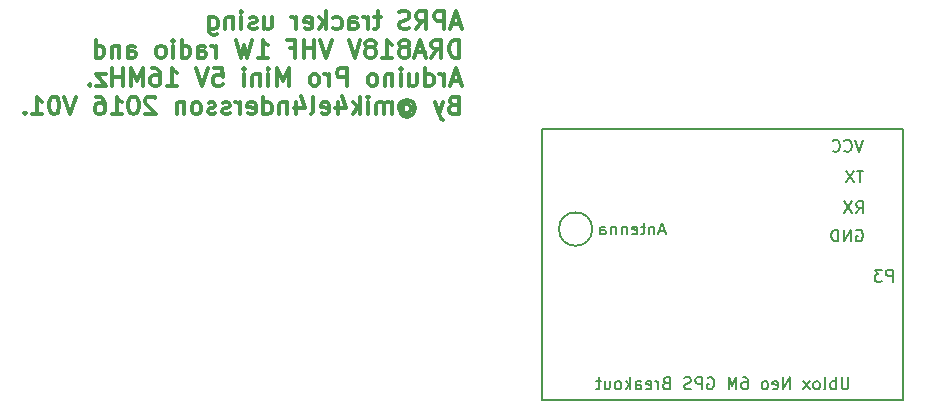
<source format=gbo>
G04 #@! TF.FileFunction,Legend,Bot*
%FSLAX46Y46*%
G04 Gerber Fmt 4.6, Leading zero omitted, Abs format (unit mm)*
G04 Created by KiCad (PCBNEW 4.0.1-stable) date Söndag 13 Mars 2016 12:17:34*
%MOMM*%
G01*
G04 APERTURE LIST*
%ADD10C,0.100000*%
%ADD11C,0.300000*%
%ADD12C,0.150000*%
G04 APERTURE END LIST*
D10*
D11*
X131114286Y-102150000D02*
X130400000Y-102150000D01*
X131257143Y-102578571D02*
X130757143Y-101078571D01*
X130257143Y-102578571D01*
X129757143Y-102578571D02*
X129757143Y-101078571D01*
X129185715Y-101078571D01*
X129042857Y-101150000D01*
X128971429Y-101221429D01*
X128900000Y-101364286D01*
X128900000Y-101578571D01*
X128971429Y-101721429D01*
X129042857Y-101792857D01*
X129185715Y-101864286D01*
X129757143Y-101864286D01*
X127400000Y-102578571D02*
X127900000Y-101864286D01*
X128257143Y-102578571D02*
X128257143Y-101078571D01*
X127685715Y-101078571D01*
X127542857Y-101150000D01*
X127471429Y-101221429D01*
X127400000Y-101364286D01*
X127400000Y-101578571D01*
X127471429Y-101721429D01*
X127542857Y-101792857D01*
X127685715Y-101864286D01*
X128257143Y-101864286D01*
X126828572Y-102507143D02*
X126614286Y-102578571D01*
X126257143Y-102578571D01*
X126114286Y-102507143D01*
X126042857Y-102435714D01*
X125971429Y-102292857D01*
X125971429Y-102150000D01*
X126042857Y-102007143D01*
X126114286Y-101935714D01*
X126257143Y-101864286D01*
X126542857Y-101792857D01*
X126685715Y-101721429D01*
X126757143Y-101650000D01*
X126828572Y-101507143D01*
X126828572Y-101364286D01*
X126757143Y-101221429D01*
X126685715Y-101150000D01*
X126542857Y-101078571D01*
X126185715Y-101078571D01*
X125971429Y-101150000D01*
X124400001Y-101578571D02*
X123828572Y-101578571D01*
X124185715Y-101078571D02*
X124185715Y-102364286D01*
X124114287Y-102507143D01*
X123971429Y-102578571D01*
X123828572Y-102578571D01*
X123328572Y-102578571D02*
X123328572Y-101578571D01*
X123328572Y-101864286D02*
X123257144Y-101721429D01*
X123185715Y-101650000D01*
X123042858Y-101578571D01*
X122900001Y-101578571D01*
X121757144Y-102578571D02*
X121757144Y-101792857D01*
X121828573Y-101650000D01*
X121971430Y-101578571D01*
X122257144Y-101578571D01*
X122400001Y-101650000D01*
X121757144Y-102507143D02*
X121900001Y-102578571D01*
X122257144Y-102578571D01*
X122400001Y-102507143D01*
X122471430Y-102364286D01*
X122471430Y-102221429D01*
X122400001Y-102078571D01*
X122257144Y-102007143D01*
X121900001Y-102007143D01*
X121757144Y-101935714D01*
X120400001Y-102507143D02*
X120542858Y-102578571D01*
X120828572Y-102578571D01*
X120971430Y-102507143D01*
X121042858Y-102435714D01*
X121114287Y-102292857D01*
X121114287Y-101864286D01*
X121042858Y-101721429D01*
X120971430Y-101650000D01*
X120828572Y-101578571D01*
X120542858Y-101578571D01*
X120400001Y-101650000D01*
X119757144Y-102578571D02*
X119757144Y-101078571D01*
X119614287Y-102007143D02*
X119185716Y-102578571D01*
X119185716Y-101578571D02*
X119757144Y-102150000D01*
X117971430Y-102507143D02*
X118114287Y-102578571D01*
X118400001Y-102578571D01*
X118542858Y-102507143D01*
X118614287Y-102364286D01*
X118614287Y-101792857D01*
X118542858Y-101650000D01*
X118400001Y-101578571D01*
X118114287Y-101578571D01*
X117971430Y-101650000D01*
X117900001Y-101792857D01*
X117900001Y-101935714D01*
X118614287Y-102078571D01*
X117257144Y-102578571D02*
X117257144Y-101578571D01*
X117257144Y-101864286D02*
X117185716Y-101721429D01*
X117114287Y-101650000D01*
X116971430Y-101578571D01*
X116828573Y-101578571D01*
X114542859Y-101578571D02*
X114542859Y-102578571D01*
X115185716Y-101578571D02*
X115185716Y-102364286D01*
X115114288Y-102507143D01*
X114971430Y-102578571D01*
X114757145Y-102578571D01*
X114614288Y-102507143D01*
X114542859Y-102435714D01*
X113900002Y-102507143D02*
X113757145Y-102578571D01*
X113471430Y-102578571D01*
X113328573Y-102507143D01*
X113257145Y-102364286D01*
X113257145Y-102292857D01*
X113328573Y-102150000D01*
X113471430Y-102078571D01*
X113685716Y-102078571D01*
X113828573Y-102007143D01*
X113900002Y-101864286D01*
X113900002Y-101792857D01*
X113828573Y-101650000D01*
X113685716Y-101578571D01*
X113471430Y-101578571D01*
X113328573Y-101650000D01*
X112614287Y-102578571D02*
X112614287Y-101578571D01*
X112614287Y-101078571D02*
X112685716Y-101150000D01*
X112614287Y-101221429D01*
X112542859Y-101150000D01*
X112614287Y-101078571D01*
X112614287Y-101221429D01*
X111900001Y-101578571D02*
X111900001Y-102578571D01*
X111900001Y-101721429D02*
X111828573Y-101650000D01*
X111685715Y-101578571D01*
X111471430Y-101578571D01*
X111328573Y-101650000D01*
X111257144Y-101792857D01*
X111257144Y-102578571D01*
X109900001Y-101578571D02*
X109900001Y-102792857D01*
X109971430Y-102935714D01*
X110042858Y-103007143D01*
X110185715Y-103078571D01*
X110400001Y-103078571D01*
X110542858Y-103007143D01*
X109900001Y-102507143D02*
X110042858Y-102578571D01*
X110328572Y-102578571D01*
X110471430Y-102507143D01*
X110542858Y-102435714D01*
X110614287Y-102292857D01*
X110614287Y-101864286D01*
X110542858Y-101721429D01*
X110471430Y-101650000D01*
X110328572Y-101578571D01*
X110042858Y-101578571D01*
X109900001Y-101650000D01*
X131042857Y-104978571D02*
X131042857Y-103478571D01*
X130685714Y-103478571D01*
X130471429Y-103550000D01*
X130328571Y-103692857D01*
X130257143Y-103835714D01*
X130185714Y-104121429D01*
X130185714Y-104335714D01*
X130257143Y-104621429D01*
X130328571Y-104764286D01*
X130471429Y-104907143D01*
X130685714Y-104978571D01*
X131042857Y-104978571D01*
X128685714Y-104978571D02*
X129185714Y-104264286D01*
X129542857Y-104978571D02*
X129542857Y-103478571D01*
X128971429Y-103478571D01*
X128828571Y-103550000D01*
X128757143Y-103621429D01*
X128685714Y-103764286D01*
X128685714Y-103978571D01*
X128757143Y-104121429D01*
X128828571Y-104192857D01*
X128971429Y-104264286D01*
X129542857Y-104264286D01*
X128114286Y-104550000D02*
X127400000Y-104550000D01*
X128257143Y-104978571D02*
X127757143Y-103478571D01*
X127257143Y-104978571D01*
X126542857Y-104121429D02*
X126685715Y-104050000D01*
X126757143Y-103978571D01*
X126828572Y-103835714D01*
X126828572Y-103764286D01*
X126757143Y-103621429D01*
X126685715Y-103550000D01*
X126542857Y-103478571D01*
X126257143Y-103478571D01*
X126114286Y-103550000D01*
X126042857Y-103621429D01*
X125971429Y-103764286D01*
X125971429Y-103835714D01*
X126042857Y-103978571D01*
X126114286Y-104050000D01*
X126257143Y-104121429D01*
X126542857Y-104121429D01*
X126685715Y-104192857D01*
X126757143Y-104264286D01*
X126828572Y-104407143D01*
X126828572Y-104692857D01*
X126757143Y-104835714D01*
X126685715Y-104907143D01*
X126542857Y-104978571D01*
X126257143Y-104978571D01*
X126114286Y-104907143D01*
X126042857Y-104835714D01*
X125971429Y-104692857D01*
X125971429Y-104407143D01*
X126042857Y-104264286D01*
X126114286Y-104192857D01*
X126257143Y-104121429D01*
X124542858Y-104978571D02*
X125400001Y-104978571D01*
X124971429Y-104978571D02*
X124971429Y-103478571D01*
X125114286Y-103692857D01*
X125257144Y-103835714D01*
X125400001Y-103907143D01*
X123685715Y-104121429D02*
X123828573Y-104050000D01*
X123900001Y-103978571D01*
X123971430Y-103835714D01*
X123971430Y-103764286D01*
X123900001Y-103621429D01*
X123828573Y-103550000D01*
X123685715Y-103478571D01*
X123400001Y-103478571D01*
X123257144Y-103550000D01*
X123185715Y-103621429D01*
X123114287Y-103764286D01*
X123114287Y-103835714D01*
X123185715Y-103978571D01*
X123257144Y-104050000D01*
X123400001Y-104121429D01*
X123685715Y-104121429D01*
X123828573Y-104192857D01*
X123900001Y-104264286D01*
X123971430Y-104407143D01*
X123971430Y-104692857D01*
X123900001Y-104835714D01*
X123828573Y-104907143D01*
X123685715Y-104978571D01*
X123400001Y-104978571D01*
X123257144Y-104907143D01*
X123185715Y-104835714D01*
X123114287Y-104692857D01*
X123114287Y-104407143D01*
X123185715Y-104264286D01*
X123257144Y-104192857D01*
X123400001Y-104121429D01*
X122685716Y-103478571D02*
X122185716Y-104978571D01*
X121685716Y-103478571D01*
X120257145Y-103478571D02*
X119757145Y-104978571D01*
X119257145Y-103478571D01*
X118757145Y-104978571D02*
X118757145Y-103478571D01*
X118757145Y-104192857D02*
X117900002Y-104192857D01*
X117900002Y-104978571D02*
X117900002Y-103478571D01*
X116685716Y-104192857D02*
X117185716Y-104192857D01*
X117185716Y-104978571D02*
X117185716Y-103478571D01*
X116471430Y-103478571D01*
X113971431Y-104978571D02*
X114828574Y-104978571D01*
X114400002Y-104978571D02*
X114400002Y-103478571D01*
X114542859Y-103692857D01*
X114685717Y-103835714D01*
X114828574Y-103907143D01*
X113471431Y-103478571D02*
X113114288Y-104978571D01*
X112828574Y-103907143D01*
X112542860Y-104978571D01*
X112185717Y-103478571D01*
X110471431Y-104978571D02*
X110471431Y-103978571D01*
X110471431Y-104264286D02*
X110400003Y-104121429D01*
X110328574Y-104050000D01*
X110185717Y-103978571D01*
X110042860Y-103978571D01*
X108900003Y-104978571D02*
X108900003Y-104192857D01*
X108971432Y-104050000D01*
X109114289Y-103978571D01*
X109400003Y-103978571D01*
X109542860Y-104050000D01*
X108900003Y-104907143D02*
X109042860Y-104978571D01*
X109400003Y-104978571D01*
X109542860Y-104907143D01*
X109614289Y-104764286D01*
X109614289Y-104621429D01*
X109542860Y-104478571D01*
X109400003Y-104407143D01*
X109042860Y-104407143D01*
X108900003Y-104335714D01*
X107542860Y-104978571D02*
X107542860Y-103478571D01*
X107542860Y-104907143D02*
X107685717Y-104978571D01*
X107971431Y-104978571D01*
X108114289Y-104907143D01*
X108185717Y-104835714D01*
X108257146Y-104692857D01*
X108257146Y-104264286D01*
X108185717Y-104121429D01*
X108114289Y-104050000D01*
X107971431Y-103978571D01*
X107685717Y-103978571D01*
X107542860Y-104050000D01*
X106828574Y-104978571D02*
X106828574Y-103978571D01*
X106828574Y-103478571D02*
X106900003Y-103550000D01*
X106828574Y-103621429D01*
X106757146Y-103550000D01*
X106828574Y-103478571D01*
X106828574Y-103621429D01*
X105900002Y-104978571D02*
X106042860Y-104907143D01*
X106114288Y-104835714D01*
X106185717Y-104692857D01*
X106185717Y-104264286D01*
X106114288Y-104121429D01*
X106042860Y-104050000D01*
X105900002Y-103978571D01*
X105685717Y-103978571D01*
X105542860Y-104050000D01*
X105471431Y-104121429D01*
X105400002Y-104264286D01*
X105400002Y-104692857D01*
X105471431Y-104835714D01*
X105542860Y-104907143D01*
X105685717Y-104978571D01*
X105900002Y-104978571D01*
X102971431Y-104978571D02*
X102971431Y-104192857D01*
X103042860Y-104050000D01*
X103185717Y-103978571D01*
X103471431Y-103978571D01*
X103614288Y-104050000D01*
X102971431Y-104907143D02*
X103114288Y-104978571D01*
X103471431Y-104978571D01*
X103614288Y-104907143D01*
X103685717Y-104764286D01*
X103685717Y-104621429D01*
X103614288Y-104478571D01*
X103471431Y-104407143D01*
X103114288Y-104407143D01*
X102971431Y-104335714D01*
X102257145Y-103978571D02*
X102257145Y-104978571D01*
X102257145Y-104121429D02*
X102185717Y-104050000D01*
X102042859Y-103978571D01*
X101828574Y-103978571D01*
X101685717Y-104050000D01*
X101614288Y-104192857D01*
X101614288Y-104978571D01*
X100257145Y-104978571D02*
X100257145Y-103478571D01*
X100257145Y-104907143D02*
X100400002Y-104978571D01*
X100685716Y-104978571D01*
X100828574Y-104907143D01*
X100900002Y-104835714D01*
X100971431Y-104692857D01*
X100971431Y-104264286D01*
X100900002Y-104121429D01*
X100828574Y-104050000D01*
X100685716Y-103978571D01*
X100400002Y-103978571D01*
X100257145Y-104050000D01*
X131114286Y-106950000D02*
X130400000Y-106950000D01*
X131257143Y-107378571D02*
X130757143Y-105878571D01*
X130257143Y-107378571D01*
X129757143Y-107378571D02*
X129757143Y-106378571D01*
X129757143Y-106664286D02*
X129685715Y-106521429D01*
X129614286Y-106450000D01*
X129471429Y-106378571D01*
X129328572Y-106378571D01*
X128185715Y-107378571D02*
X128185715Y-105878571D01*
X128185715Y-107307143D02*
X128328572Y-107378571D01*
X128614286Y-107378571D01*
X128757144Y-107307143D01*
X128828572Y-107235714D01*
X128900001Y-107092857D01*
X128900001Y-106664286D01*
X128828572Y-106521429D01*
X128757144Y-106450000D01*
X128614286Y-106378571D01*
X128328572Y-106378571D01*
X128185715Y-106450000D01*
X126828572Y-106378571D02*
X126828572Y-107378571D01*
X127471429Y-106378571D02*
X127471429Y-107164286D01*
X127400001Y-107307143D01*
X127257143Y-107378571D01*
X127042858Y-107378571D01*
X126900001Y-107307143D01*
X126828572Y-107235714D01*
X126114286Y-107378571D02*
X126114286Y-106378571D01*
X126114286Y-105878571D02*
X126185715Y-105950000D01*
X126114286Y-106021429D01*
X126042858Y-105950000D01*
X126114286Y-105878571D01*
X126114286Y-106021429D01*
X125400000Y-106378571D02*
X125400000Y-107378571D01*
X125400000Y-106521429D02*
X125328572Y-106450000D01*
X125185714Y-106378571D01*
X124971429Y-106378571D01*
X124828572Y-106450000D01*
X124757143Y-106592857D01*
X124757143Y-107378571D01*
X123828571Y-107378571D02*
X123971429Y-107307143D01*
X124042857Y-107235714D01*
X124114286Y-107092857D01*
X124114286Y-106664286D01*
X124042857Y-106521429D01*
X123971429Y-106450000D01*
X123828571Y-106378571D01*
X123614286Y-106378571D01*
X123471429Y-106450000D01*
X123400000Y-106521429D01*
X123328571Y-106664286D01*
X123328571Y-107092857D01*
X123400000Y-107235714D01*
X123471429Y-107307143D01*
X123614286Y-107378571D01*
X123828571Y-107378571D01*
X121542857Y-107378571D02*
X121542857Y-105878571D01*
X120971429Y-105878571D01*
X120828571Y-105950000D01*
X120757143Y-106021429D01*
X120685714Y-106164286D01*
X120685714Y-106378571D01*
X120757143Y-106521429D01*
X120828571Y-106592857D01*
X120971429Y-106664286D01*
X121542857Y-106664286D01*
X120042857Y-107378571D02*
X120042857Y-106378571D01*
X120042857Y-106664286D02*
X119971429Y-106521429D01*
X119900000Y-106450000D01*
X119757143Y-106378571D01*
X119614286Y-106378571D01*
X118900000Y-107378571D02*
X119042858Y-107307143D01*
X119114286Y-107235714D01*
X119185715Y-107092857D01*
X119185715Y-106664286D01*
X119114286Y-106521429D01*
X119042858Y-106450000D01*
X118900000Y-106378571D01*
X118685715Y-106378571D01*
X118542858Y-106450000D01*
X118471429Y-106521429D01*
X118400000Y-106664286D01*
X118400000Y-107092857D01*
X118471429Y-107235714D01*
X118542858Y-107307143D01*
X118685715Y-107378571D01*
X118900000Y-107378571D01*
X116614286Y-107378571D02*
X116614286Y-105878571D01*
X116114286Y-106950000D01*
X115614286Y-105878571D01*
X115614286Y-107378571D01*
X114900000Y-107378571D02*
X114900000Y-106378571D01*
X114900000Y-105878571D02*
X114971429Y-105950000D01*
X114900000Y-106021429D01*
X114828572Y-105950000D01*
X114900000Y-105878571D01*
X114900000Y-106021429D01*
X114185714Y-106378571D02*
X114185714Y-107378571D01*
X114185714Y-106521429D02*
X114114286Y-106450000D01*
X113971428Y-106378571D01*
X113757143Y-106378571D01*
X113614286Y-106450000D01*
X113542857Y-106592857D01*
X113542857Y-107378571D01*
X112828571Y-107378571D02*
X112828571Y-106378571D01*
X112828571Y-105878571D02*
X112900000Y-105950000D01*
X112828571Y-106021429D01*
X112757143Y-105950000D01*
X112828571Y-105878571D01*
X112828571Y-106021429D01*
X110257142Y-105878571D02*
X110971428Y-105878571D01*
X111042857Y-106592857D01*
X110971428Y-106521429D01*
X110828571Y-106450000D01*
X110471428Y-106450000D01*
X110328571Y-106521429D01*
X110257142Y-106592857D01*
X110185714Y-106735714D01*
X110185714Y-107092857D01*
X110257142Y-107235714D01*
X110328571Y-107307143D01*
X110471428Y-107378571D01*
X110828571Y-107378571D01*
X110971428Y-107307143D01*
X111042857Y-107235714D01*
X109757143Y-105878571D02*
X109257143Y-107378571D01*
X108757143Y-105878571D01*
X106328572Y-107378571D02*
X107185715Y-107378571D01*
X106757143Y-107378571D02*
X106757143Y-105878571D01*
X106900000Y-106092857D01*
X107042858Y-106235714D01*
X107185715Y-106307143D01*
X105042858Y-105878571D02*
X105328572Y-105878571D01*
X105471429Y-105950000D01*
X105542858Y-106021429D01*
X105685715Y-106235714D01*
X105757144Y-106521429D01*
X105757144Y-107092857D01*
X105685715Y-107235714D01*
X105614287Y-107307143D01*
X105471429Y-107378571D01*
X105185715Y-107378571D01*
X105042858Y-107307143D01*
X104971429Y-107235714D01*
X104900001Y-107092857D01*
X104900001Y-106735714D01*
X104971429Y-106592857D01*
X105042858Y-106521429D01*
X105185715Y-106450000D01*
X105471429Y-106450000D01*
X105614287Y-106521429D01*
X105685715Y-106592857D01*
X105757144Y-106735714D01*
X104257144Y-107378571D02*
X104257144Y-105878571D01*
X103757144Y-106950000D01*
X103257144Y-105878571D01*
X103257144Y-107378571D01*
X102542858Y-107378571D02*
X102542858Y-105878571D01*
X102542858Y-106592857D02*
X101685715Y-106592857D01*
X101685715Y-107378571D02*
X101685715Y-105878571D01*
X101114286Y-106378571D02*
X100328572Y-106378571D01*
X101114286Y-107378571D01*
X100328572Y-107378571D01*
X99757143Y-107235714D02*
X99685715Y-107307143D01*
X99757143Y-107378571D01*
X99828572Y-107307143D01*
X99757143Y-107235714D01*
X99757143Y-107378571D01*
X130542857Y-108992857D02*
X130328571Y-109064286D01*
X130257143Y-109135714D01*
X130185714Y-109278571D01*
X130185714Y-109492857D01*
X130257143Y-109635714D01*
X130328571Y-109707143D01*
X130471429Y-109778571D01*
X131042857Y-109778571D01*
X131042857Y-108278571D01*
X130542857Y-108278571D01*
X130400000Y-108350000D01*
X130328571Y-108421429D01*
X130257143Y-108564286D01*
X130257143Y-108707143D01*
X130328571Y-108850000D01*
X130400000Y-108921429D01*
X130542857Y-108992857D01*
X131042857Y-108992857D01*
X129685714Y-108778571D02*
X129328571Y-109778571D01*
X128971429Y-108778571D02*
X129328571Y-109778571D01*
X129471429Y-110135714D01*
X129542857Y-110207143D01*
X129685714Y-110278571D01*
X126328572Y-109064286D02*
X126400000Y-108992857D01*
X126542857Y-108921429D01*
X126685715Y-108921429D01*
X126828572Y-108992857D01*
X126900000Y-109064286D01*
X126971429Y-109207143D01*
X126971429Y-109350000D01*
X126900000Y-109492857D01*
X126828572Y-109564286D01*
X126685715Y-109635714D01*
X126542857Y-109635714D01*
X126400000Y-109564286D01*
X126328572Y-109492857D01*
X126328572Y-108921429D02*
X126328572Y-109492857D01*
X126257143Y-109564286D01*
X126185715Y-109564286D01*
X126042857Y-109492857D01*
X125971429Y-109350000D01*
X125971429Y-108992857D01*
X126114286Y-108778571D01*
X126328572Y-108635714D01*
X126614286Y-108564286D01*
X126900000Y-108635714D01*
X127114286Y-108778571D01*
X127257143Y-108992857D01*
X127328572Y-109278571D01*
X127257143Y-109564286D01*
X127114286Y-109778571D01*
X126900000Y-109921429D01*
X126614286Y-109992857D01*
X126328572Y-109921429D01*
X126114286Y-109778571D01*
X125328572Y-109778571D02*
X125328572Y-108778571D01*
X125328572Y-108921429D02*
X125257144Y-108850000D01*
X125114286Y-108778571D01*
X124900001Y-108778571D01*
X124757144Y-108850000D01*
X124685715Y-108992857D01*
X124685715Y-109778571D01*
X124685715Y-108992857D02*
X124614286Y-108850000D01*
X124471429Y-108778571D01*
X124257144Y-108778571D01*
X124114286Y-108850000D01*
X124042858Y-108992857D01*
X124042858Y-109778571D01*
X123328572Y-109778571D02*
X123328572Y-108778571D01*
X123328572Y-108278571D02*
X123400001Y-108350000D01*
X123328572Y-108421429D01*
X123257144Y-108350000D01*
X123328572Y-108278571D01*
X123328572Y-108421429D01*
X122614286Y-109778571D02*
X122614286Y-108278571D01*
X122471429Y-109207143D02*
X122042858Y-109778571D01*
X122042858Y-108778571D02*
X122614286Y-109350000D01*
X120757143Y-108778571D02*
X120757143Y-109778571D01*
X121114286Y-108207143D02*
X121471429Y-109278571D01*
X120542857Y-109278571D01*
X119400001Y-109707143D02*
X119542858Y-109778571D01*
X119828572Y-109778571D01*
X119971429Y-109707143D01*
X120042858Y-109564286D01*
X120042858Y-108992857D01*
X119971429Y-108850000D01*
X119828572Y-108778571D01*
X119542858Y-108778571D01*
X119400001Y-108850000D01*
X119328572Y-108992857D01*
X119328572Y-109135714D01*
X120042858Y-109278571D01*
X118471429Y-109778571D02*
X118614287Y-109707143D01*
X118685715Y-109564286D01*
X118685715Y-108278571D01*
X117257144Y-108778571D02*
X117257144Y-109778571D01*
X117614287Y-108207143D02*
X117971430Y-109278571D01*
X117042858Y-109278571D01*
X116471430Y-108778571D02*
X116471430Y-109778571D01*
X116471430Y-108921429D02*
X116400002Y-108850000D01*
X116257144Y-108778571D01*
X116042859Y-108778571D01*
X115900002Y-108850000D01*
X115828573Y-108992857D01*
X115828573Y-109778571D01*
X114471430Y-109778571D02*
X114471430Y-108278571D01*
X114471430Y-109707143D02*
X114614287Y-109778571D01*
X114900001Y-109778571D01*
X115042859Y-109707143D01*
X115114287Y-109635714D01*
X115185716Y-109492857D01*
X115185716Y-109064286D01*
X115114287Y-108921429D01*
X115042859Y-108850000D01*
X114900001Y-108778571D01*
X114614287Y-108778571D01*
X114471430Y-108850000D01*
X113185716Y-109707143D02*
X113328573Y-109778571D01*
X113614287Y-109778571D01*
X113757144Y-109707143D01*
X113828573Y-109564286D01*
X113828573Y-108992857D01*
X113757144Y-108850000D01*
X113614287Y-108778571D01*
X113328573Y-108778571D01*
X113185716Y-108850000D01*
X113114287Y-108992857D01*
X113114287Y-109135714D01*
X113828573Y-109278571D01*
X112471430Y-109778571D02*
X112471430Y-108778571D01*
X112471430Y-109064286D02*
X112400002Y-108921429D01*
X112328573Y-108850000D01*
X112185716Y-108778571D01*
X112042859Y-108778571D01*
X111614288Y-109707143D02*
X111471431Y-109778571D01*
X111185716Y-109778571D01*
X111042859Y-109707143D01*
X110971431Y-109564286D01*
X110971431Y-109492857D01*
X111042859Y-109350000D01*
X111185716Y-109278571D01*
X111400002Y-109278571D01*
X111542859Y-109207143D01*
X111614288Y-109064286D01*
X111614288Y-108992857D01*
X111542859Y-108850000D01*
X111400002Y-108778571D01*
X111185716Y-108778571D01*
X111042859Y-108850000D01*
X110400002Y-109707143D02*
X110257145Y-109778571D01*
X109971430Y-109778571D01*
X109828573Y-109707143D01*
X109757145Y-109564286D01*
X109757145Y-109492857D01*
X109828573Y-109350000D01*
X109971430Y-109278571D01*
X110185716Y-109278571D01*
X110328573Y-109207143D01*
X110400002Y-109064286D01*
X110400002Y-108992857D01*
X110328573Y-108850000D01*
X110185716Y-108778571D01*
X109971430Y-108778571D01*
X109828573Y-108850000D01*
X108900001Y-109778571D02*
X109042859Y-109707143D01*
X109114287Y-109635714D01*
X109185716Y-109492857D01*
X109185716Y-109064286D01*
X109114287Y-108921429D01*
X109042859Y-108850000D01*
X108900001Y-108778571D01*
X108685716Y-108778571D01*
X108542859Y-108850000D01*
X108471430Y-108921429D01*
X108400001Y-109064286D01*
X108400001Y-109492857D01*
X108471430Y-109635714D01*
X108542859Y-109707143D01*
X108685716Y-109778571D01*
X108900001Y-109778571D01*
X107757144Y-108778571D02*
X107757144Y-109778571D01*
X107757144Y-108921429D02*
X107685716Y-108850000D01*
X107542858Y-108778571D01*
X107328573Y-108778571D01*
X107185716Y-108850000D01*
X107114287Y-108992857D01*
X107114287Y-109778571D01*
X105328573Y-108421429D02*
X105257144Y-108350000D01*
X105114287Y-108278571D01*
X104757144Y-108278571D01*
X104614287Y-108350000D01*
X104542858Y-108421429D01*
X104471430Y-108564286D01*
X104471430Y-108707143D01*
X104542858Y-108921429D01*
X105400001Y-109778571D01*
X104471430Y-109778571D01*
X103542859Y-108278571D02*
X103400002Y-108278571D01*
X103257145Y-108350000D01*
X103185716Y-108421429D01*
X103114287Y-108564286D01*
X103042859Y-108850000D01*
X103042859Y-109207143D01*
X103114287Y-109492857D01*
X103185716Y-109635714D01*
X103257145Y-109707143D01*
X103400002Y-109778571D01*
X103542859Y-109778571D01*
X103685716Y-109707143D01*
X103757145Y-109635714D01*
X103828573Y-109492857D01*
X103900002Y-109207143D01*
X103900002Y-108850000D01*
X103828573Y-108564286D01*
X103757145Y-108421429D01*
X103685716Y-108350000D01*
X103542859Y-108278571D01*
X101614288Y-109778571D02*
X102471431Y-109778571D01*
X102042859Y-109778571D02*
X102042859Y-108278571D01*
X102185716Y-108492857D01*
X102328574Y-108635714D01*
X102471431Y-108707143D01*
X100328574Y-108278571D02*
X100614288Y-108278571D01*
X100757145Y-108350000D01*
X100828574Y-108421429D01*
X100971431Y-108635714D01*
X101042860Y-108921429D01*
X101042860Y-109492857D01*
X100971431Y-109635714D01*
X100900003Y-109707143D01*
X100757145Y-109778571D01*
X100471431Y-109778571D01*
X100328574Y-109707143D01*
X100257145Y-109635714D01*
X100185717Y-109492857D01*
X100185717Y-109135714D01*
X100257145Y-108992857D01*
X100328574Y-108921429D01*
X100471431Y-108850000D01*
X100757145Y-108850000D01*
X100900003Y-108921429D01*
X100971431Y-108992857D01*
X101042860Y-109135714D01*
X98614289Y-108278571D02*
X98114289Y-109778571D01*
X97614289Y-108278571D01*
X96828575Y-108278571D02*
X96685718Y-108278571D01*
X96542861Y-108350000D01*
X96471432Y-108421429D01*
X96400003Y-108564286D01*
X96328575Y-108850000D01*
X96328575Y-109207143D01*
X96400003Y-109492857D01*
X96471432Y-109635714D01*
X96542861Y-109707143D01*
X96685718Y-109778571D01*
X96828575Y-109778571D01*
X96971432Y-109707143D01*
X97042861Y-109635714D01*
X97114289Y-109492857D01*
X97185718Y-109207143D01*
X97185718Y-108850000D01*
X97114289Y-108564286D01*
X97042861Y-108421429D01*
X96971432Y-108350000D01*
X96828575Y-108278571D01*
X94900004Y-109778571D02*
X95757147Y-109778571D01*
X95328575Y-109778571D02*
X95328575Y-108278571D01*
X95471432Y-108492857D01*
X95614290Y-108635714D01*
X95757147Y-108707143D01*
X94257147Y-109635714D02*
X94185719Y-109707143D01*
X94257147Y-109778571D01*
X94328576Y-109707143D01*
X94257147Y-109635714D01*
X94257147Y-109778571D01*
D12*
X142314214Y-119500000D02*
G75*
G03X142314214Y-119500000I-1414214J0D01*
G01*
X168600000Y-134000000D02*
X138100000Y-134000000D01*
X138100000Y-111000000D02*
X138100000Y-134000000D01*
X138100000Y-132500000D02*
X138100000Y-132500000D01*
X168600000Y-111000000D02*
X138100000Y-111000000D01*
X168600000Y-111000000D02*
X168600000Y-134000000D01*
X167738095Y-123952381D02*
X167738095Y-122952381D01*
X167357142Y-122952381D01*
X167261904Y-123000000D01*
X167214285Y-123047619D01*
X167166666Y-123142857D01*
X167166666Y-123285714D01*
X167214285Y-123380952D01*
X167261904Y-123428571D01*
X167357142Y-123476190D01*
X167738095Y-123476190D01*
X166833333Y-122952381D02*
X166214285Y-122952381D01*
X166547619Y-123333333D01*
X166404761Y-123333333D01*
X166309523Y-123380952D01*
X166261904Y-123428571D01*
X166214285Y-123523810D01*
X166214285Y-123761905D01*
X166261904Y-123857143D01*
X166309523Y-123904762D01*
X166404761Y-123952381D01*
X166690476Y-123952381D01*
X166785714Y-123904762D01*
X166833333Y-123857143D01*
X163995240Y-132052381D02*
X163995240Y-132861905D01*
X163947621Y-132957143D01*
X163900002Y-133004762D01*
X163804764Y-133052381D01*
X163614287Y-133052381D01*
X163519049Y-133004762D01*
X163471430Y-132957143D01*
X163423811Y-132861905D01*
X163423811Y-132052381D01*
X162947621Y-133052381D02*
X162947621Y-132052381D01*
X162947621Y-132433333D02*
X162852383Y-132385714D01*
X162661906Y-132385714D01*
X162566668Y-132433333D01*
X162519049Y-132480952D01*
X162471430Y-132576190D01*
X162471430Y-132861905D01*
X162519049Y-132957143D01*
X162566668Y-133004762D01*
X162661906Y-133052381D01*
X162852383Y-133052381D01*
X162947621Y-133004762D01*
X161900002Y-133052381D02*
X161995240Y-133004762D01*
X162042859Y-132909524D01*
X162042859Y-132052381D01*
X161376192Y-133052381D02*
X161471430Y-133004762D01*
X161519049Y-132957143D01*
X161566668Y-132861905D01*
X161566668Y-132576190D01*
X161519049Y-132480952D01*
X161471430Y-132433333D01*
X161376192Y-132385714D01*
X161233334Y-132385714D01*
X161138096Y-132433333D01*
X161090477Y-132480952D01*
X161042858Y-132576190D01*
X161042858Y-132861905D01*
X161090477Y-132957143D01*
X161138096Y-133004762D01*
X161233334Y-133052381D01*
X161376192Y-133052381D01*
X160709525Y-133052381D02*
X160185715Y-132385714D01*
X160709525Y-132385714D02*
X160185715Y-133052381D01*
X159042858Y-133052381D02*
X159042858Y-132052381D01*
X158471429Y-133052381D01*
X158471429Y-132052381D01*
X157614286Y-133004762D02*
X157709524Y-133052381D01*
X157900001Y-133052381D01*
X157995239Y-133004762D01*
X158042858Y-132909524D01*
X158042858Y-132528571D01*
X157995239Y-132433333D01*
X157900001Y-132385714D01*
X157709524Y-132385714D01*
X157614286Y-132433333D01*
X157566667Y-132528571D01*
X157566667Y-132623810D01*
X158042858Y-132719048D01*
X156995239Y-133052381D02*
X157090477Y-133004762D01*
X157138096Y-132957143D01*
X157185715Y-132861905D01*
X157185715Y-132576190D01*
X157138096Y-132480952D01*
X157090477Y-132433333D01*
X156995239Y-132385714D01*
X156852381Y-132385714D01*
X156757143Y-132433333D01*
X156709524Y-132480952D01*
X156661905Y-132576190D01*
X156661905Y-132861905D01*
X156709524Y-132957143D01*
X156757143Y-133004762D01*
X156852381Y-133052381D01*
X156995239Y-133052381D01*
X155042857Y-132052381D02*
X155233334Y-132052381D01*
X155328572Y-132100000D01*
X155376191Y-132147619D01*
X155471429Y-132290476D01*
X155519048Y-132480952D01*
X155519048Y-132861905D01*
X155471429Y-132957143D01*
X155423810Y-133004762D01*
X155328572Y-133052381D01*
X155138095Y-133052381D01*
X155042857Y-133004762D01*
X154995238Y-132957143D01*
X154947619Y-132861905D01*
X154947619Y-132623810D01*
X154995238Y-132528571D01*
X155042857Y-132480952D01*
X155138095Y-132433333D01*
X155328572Y-132433333D01*
X155423810Y-132480952D01*
X155471429Y-132528571D01*
X155519048Y-132623810D01*
X154519048Y-133052381D02*
X154519048Y-132052381D01*
X154185714Y-132766667D01*
X153852381Y-132052381D01*
X153852381Y-133052381D01*
X152090476Y-132100000D02*
X152185714Y-132052381D01*
X152328571Y-132052381D01*
X152471429Y-132100000D01*
X152566667Y-132195238D01*
X152614286Y-132290476D01*
X152661905Y-132480952D01*
X152661905Y-132623810D01*
X152614286Y-132814286D01*
X152566667Y-132909524D01*
X152471429Y-133004762D01*
X152328571Y-133052381D01*
X152233333Y-133052381D01*
X152090476Y-133004762D01*
X152042857Y-132957143D01*
X152042857Y-132623810D01*
X152233333Y-132623810D01*
X151614286Y-133052381D02*
X151614286Y-132052381D01*
X151233333Y-132052381D01*
X151138095Y-132100000D01*
X151090476Y-132147619D01*
X151042857Y-132242857D01*
X151042857Y-132385714D01*
X151090476Y-132480952D01*
X151138095Y-132528571D01*
X151233333Y-132576190D01*
X151614286Y-132576190D01*
X150661905Y-133004762D02*
X150519048Y-133052381D01*
X150280952Y-133052381D01*
X150185714Y-133004762D01*
X150138095Y-132957143D01*
X150090476Y-132861905D01*
X150090476Y-132766667D01*
X150138095Y-132671429D01*
X150185714Y-132623810D01*
X150280952Y-132576190D01*
X150471429Y-132528571D01*
X150566667Y-132480952D01*
X150614286Y-132433333D01*
X150661905Y-132338095D01*
X150661905Y-132242857D01*
X150614286Y-132147619D01*
X150566667Y-132100000D01*
X150471429Y-132052381D01*
X150233333Y-132052381D01*
X150090476Y-132100000D01*
X148566666Y-132528571D02*
X148423809Y-132576190D01*
X148376190Y-132623810D01*
X148328571Y-132719048D01*
X148328571Y-132861905D01*
X148376190Y-132957143D01*
X148423809Y-133004762D01*
X148519047Y-133052381D01*
X148900000Y-133052381D01*
X148900000Y-132052381D01*
X148566666Y-132052381D01*
X148471428Y-132100000D01*
X148423809Y-132147619D01*
X148376190Y-132242857D01*
X148376190Y-132338095D01*
X148423809Y-132433333D01*
X148471428Y-132480952D01*
X148566666Y-132528571D01*
X148900000Y-132528571D01*
X147900000Y-133052381D02*
X147900000Y-132385714D01*
X147900000Y-132576190D02*
X147852381Y-132480952D01*
X147804762Y-132433333D01*
X147709524Y-132385714D01*
X147614285Y-132385714D01*
X146899999Y-133004762D02*
X146995237Y-133052381D01*
X147185714Y-133052381D01*
X147280952Y-133004762D01*
X147328571Y-132909524D01*
X147328571Y-132528571D01*
X147280952Y-132433333D01*
X147185714Y-132385714D01*
X146995237Y-132385714D01*
X146899999Y-132433333D01*
X146852380Y-132528571D01*
X146852380Y-132623810D01*
X147328571Y-132719048D01*
X145995237Y-133052381D02*
X145995237Y-132528571D01*
X146042856Y-132433333D01*
X146138094Y-132385714D01*
X146328571Y-132385714D01*
X146423809Y-132433333D01*
X145995237Y-133004762D02*
X146090475Y-133052381D01*
X146328571Y-133052381D01*
X146423809Y-133004762D01*
X146471428Y-132909524D01*
X146471428Y-132814286D01*
X146423809Y-132719048D01*
X146328571Y-132671429D01*
X146090475Y-132671429D01*
X145995237Y-132623810D01*
X145519047Y-133052381D02*
X145519047Y-132052381D01*
X145423809Y-132671429D02*
X145138094Y-133052381D01*
X145138094Y-132385714D02*
X145519047Y-132766667D01*
X144566666Y-133052381D02*
X144661904Y-133004762D01*
X144709523Y-132957143D01*
X144757142Y-132861905D01*
X144757142Y-132576190D01*
X144709523Y-132480952D01*
X144661904Y-132433333D01*
X144566666Y-132385714D01*
X144423808Y-132385714D01*
X144328570Y-132433333D01*
X144280951Y-132480952D01*
X144233332Y-132576190D01*
X144233332Y-132861905D01*
X144280951Y-132957143D01*
X144328570Y-133004762D01*
X144423808Y-133052381D01*
X144566666Y-133052381D01*
X143376189Y-132385714D02*
X143376189Y-133052381D01*
X143804761Y-132385714D02*
X143804761Y-132909524D01*
X143757142Y-133004762D01*
X143661904Y-133052381D01*
X143519046Y-133052381D01*
X143423808Y-133004762D01*
X143376189Y-132957143D01*
X143042856Y-132385714D02*
X142661904Y-132385714D01*
X142899999Y-132052381D02*
X142899999Y-132909524D01*
X142852380Y-133004762D01*
X142757142Y-133052381D01*
X142661904Y-133052381D01*
X148461905Y-119666667D02*
X147985714Y-119666667D01*
X148557143Y-119952381D02*
X148223810Y-118952381D01*
X147890476Y-119952381D01*
X147557143Y-119285714D02*
X147557143Y-119952381D01*
X147557143Y-119380952D02*
X147509524Y-119333333D01*
X147414286Y-119285714D01*
X147271428Y-119285714D01*
X147176190Y-119333333D01*
X147128571Y-119428571D01*
X147128571Y-119952381D01*
X146795238Y-119285714D02*
X146414286Y-119285714D01*
X146652381Y-118952381D02*
X146652381Y-119809524D01*
X146604762Y-119904762D01*
X146509524Y-119952381D01*
X146414286Y-119952381D01*
X145699999Y-119904762D02*
X145795237Y-119952381D01*
X145985714Y-119952381D01*
X146080952Y-119904762D01*
X146128571Y-119809524D01*
X146128571Y-119428571D01*
X146080952Y-119333333D01*
X145985714Y-119285714D01*
X145795237Y-119285714D01*
X145699999Y-119333333D01*
X145652380Y-119428571D01*
X145652380Y-119523810D01*
X146128571Y-119619048D01*
X145223809Y-119285714D02*
X145223809Y-119952381D01*
X145223809Y-119380952D02*
X145176190Y-119333333D01*
X145080952Y-119285714D01*
X144938094Y-119285714D01*
X144842856Y-119333333D01*
X144795237Y-119428571D01*
X144795237Y-119952381D01*
X144319047Y-119285714D02*
X144319047Y-119952381D01*
X144319047Y-119380952D02*
X144271428Y-119333333D01*
X144176190Y-119285714D01*
X144033332Y-119285714D01*
X143938094Y-119333333D01*
X143890475Y-119428571D01*
X143890475Y-119952381D01*
X142985713Y-119952381D02*
X142985713Y-119428571D01*
X143033332Y-119333333D01*
X143128570Y-119285714D01*
X143319047Y-119285714D01*
X143414285Y-119333333D01*
X142985713Y-119904762D02*
X143080951Y-119952381D01*
X143319047Y-119952381D01*
X143414285Y-119904762D01*
X143461904Y-119809524D01*
X143461904Y-119714286D01*
X143414285Y-119619048D01*
X143319047Y-119571429D01*
X143080951Y-119571429D01*
X142985713Y-119523810D01*
X164661904Y-119600000D02*
X164757142Y-119552381D01*
X164899999Y-119552381D01*
X165042857Y-119600000D01*
X165138095Y-119695238D01*
X165185714Y-119790476D01*
X165233333Y-119980952D01*
X165233333Y-120123810D01*
X165185714Y-120314286D01*
X165138095Y-120409524D01*
X165042857Y-120504762D01*
X164899999Y-120552381D01*
X164804761Y-120552381D01*
X164661904Y-120504762D01*
X164614285Y-120457143D01*
X164614285Y-120123810D01*
X164804761Y-120123810D01*
X164185714Y-120552381D02*
X164185714Y-119552381D01*
X163614285Y-120552381D01*
X163614285Y-119552381D01*
X163138095Y-120552381D02*
X163138095Y-119552381D01*
X162900000Y-119552381D01*
X162757142Y-119600000D01*
X162661904Y-119695238D01*
X162614285Y-119790476D01*
X162566666Y-119980952D01*
X162566666Y-120123810D01*
X162614285Y-120314286D01*
X162661904Y-120409524D01*
X162757142Y-120504762D01*
X162900000Y-120552381D01*
X163138095Y-120552381D01*
X165233333Y-111952381D02*
X164900000Y-112952381D01*
X164566666Y-111952381D01*
X163661904Y-112857143D02*
X163709523Y-112904762D01*
X163852380Y-112952381D01*
X163947618Y-112952381D01*
X164090476Y-112904762D01*
X164185714Y-112809524D01*
X164233333Y-112714286D01*
X164280952Y-112523810D01*
X164280952Y-112380952D01*
X164233333Y-112190476D01*
X164185714Y-112095238D01*
X164090476Y-112000000D01*
X163947618Y-111952381D01*
X163852380Y-111952381D01*
X163709523Y-112000000D01*
X163661904Y-112047619D01*
X162661904Y-112857143D02*
X162709523Y-112904762D01*
X162852380Y-112952381D01*
X162947618Y-112952381D01*
X163090476Y-112904762D01*
X163185714Y-112809524D01*
X163233333Y-112714286D01*
X163280952Y-112523810D01*
X163280952Y-112380952D01*
X163233333Y-112190476D01*
X163185714Y-112095238D01*
X163090476Y-112000000D01*
X162947618Y-111952381D01*
X162852380Y-111952381D01*
X162709523Y-112000000D01*
X162661904Y-112047619D01*
X164666666Y-118152381D02*
X165000000Y-117676190D01*
X165238095Y-118152381D02*
X165238095Y-117152381D01*
X164857142Y-117152381D01*
X164761904Y-117200000D01*
X164714285Y-117247619D01*
X164666666Y-117342857D01*
X164666666Y-117485714D01*
X164714285Y-117580952D01*
X164761904Y-117628571D01*
X164857142Y-117676190D01*
X165238095Y-117676190D01*
X164333333Y-117152381D02*
X163666666Y-118152381D01*
X163666666Y-117152381D02*
X164333333Y-118152381D01*
X165261905Y-114552381D02*
X164690476Y-114552381D01*
X164976191Y-115552381D02*
X164976191Y-114552381D01*
X164452381Y-114552381D02*
X163785714Y-115552381D01*
X163785714Y-114552381D02*
X164452381Y-115552381D01*
M02*

</source>
